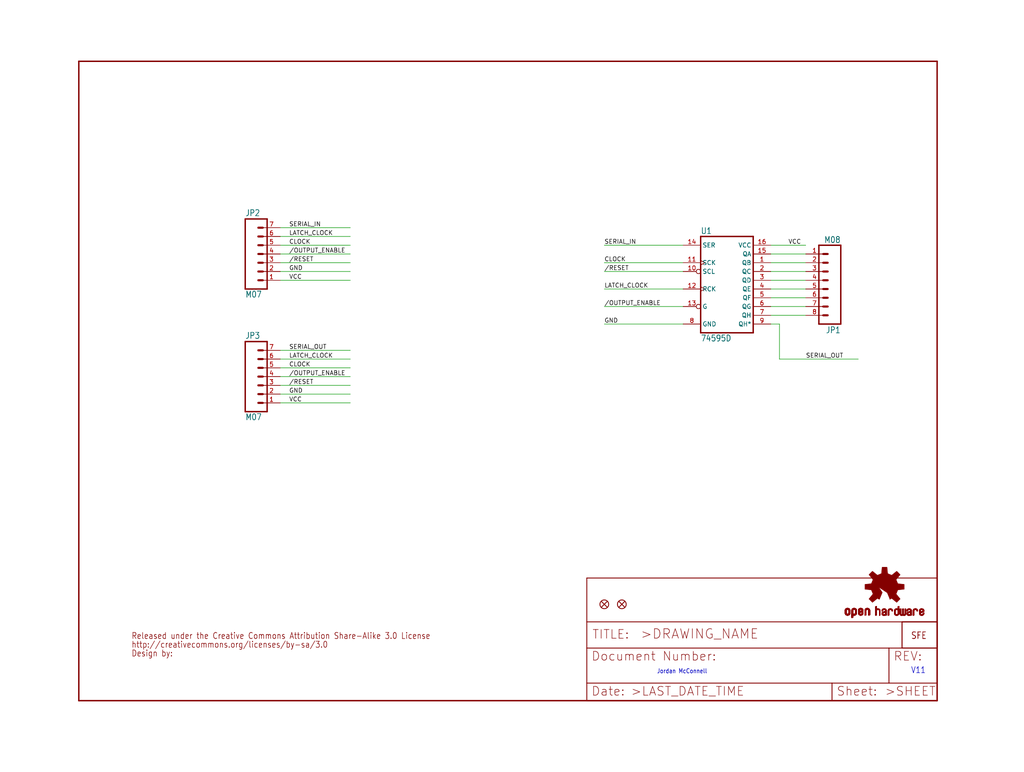
<source format=kicad_sch>
(kicad_sch (version 20211123) (generator eeschema)
  (paper "User" 297.002 223.926)
  (lib_symbols
    (symbol "eagleSchem-eagle-import:74595D"
      (property "Reference" "IC" (at -5.08 13.335 0))
      (property "Value" "74595D" (at -5.08 -17.78 0))
      (symbol "74595D_1_0"
        (pin tri_state line (at 15.24 5.08 180) (length 5.08) (name "QB") (number "1"))
        (pin input inverted (at -10.16 2.54 0) (length 5.08) (name "SCL") (number "10"))
        (pin input clock (at -10.16 5.08 0) (length 5.08) (name "SCK") (number "11"))
        (pin input clock (at -10.16 -2.54 0) (length 5.08) (name "RCK") (number "12"))
        (pin input inverted (at -10.16 -7.62 0) (length 5.08) (name "G") (number "13"))
        (pin input line (at -10.16 10.16 0) (length 5.08) (name "SER") (number "14"))
        (pin tri_state line (at 15.24 7.62 180) (length 5.08) (name "QA") (number "15"))
        (pin power_in line (at 15.24 10.16 180) (length 5.08) (name "VCC") (number "16"))
        (pin tri_state line (at 15.24 2.54 180) (length 5.08) (name "QC") (number "2"))
        (pin tri_state line (at 15.24 0 180) (length 5.08) (name "QD") (number "3"))
        (pin tri_state line (at 15.24 -2.54 180) (length 5.08) (name "QE") (number "4"))
        (pin tri_state line (at 15.24 -5.08 180) (length 5.08) (name "QF") (number "5"))
        (pin tri_state line (at 15.24 -7.62 180) (length 5.08) (name "QG") (number "6"))
        (pin tri_state line (at 15.24 -10.16 180) (length 5.08) (name "QH") (number "7"))
        (pin power_in line (at -10.16 -12.7 0) (length 5.08) (name "GND") (number "8"))
        (pin tri_state line (at 15.24 -12.7 180) (length 5.08) (name "QH*") (number "9"))
      )
    )
    (symbol "eagleSchem-eagle-import:CREATIVE_COMMONS"
      (symbol "CREATIVE_COMMONS_1_0"
        (text "Design by:" (at 0 0 0) (effects (font (size 1.778 1.5113)) (justify left bottom)))
        (text "http://creativecommons.org/licenses/by-sa/3.0" (at 0 2.54 0) (effects (font (size 1.778 1.5113)) (justify left bottom)))
        (text "Released under the Creative Commons Attribution Share-Alike 3.0 License" (at 0 5.08 0) (effects (font (size 1.778 1.5113)) (justify left bottom)))
      )
    )
    (symbol "eagleSchem-eagle-import:FIDUCIAL1X2.5")
    (symbol "eagleSchem-eagle-import:FRAME-LETTER"
      (symbol "FRAME-LETTER_2_0"
        (text ">DRAWING_NAME" (at 15.494 17.78 0) (effects (font (size 2.7432 2.7432)) (justify left bottom)))
        (text ">LAST_DATE_TIME" (at 12.7 1.27 0) (effects (font (size 2.54 2.54)) (justify left bottom)))
        (text ">SHEET" (at 86.36 1.27 0) (effects (font (size 2.54 2.54)) (justify left bottom)))
        (text "Date:" (at 1.27 1.27 0) (effects (font (size 2.54 2.54)) (justify left bottom)))
        (text "Document Number:" (at 1.27 11.43 0) (effects (font (size 2.54 2.54)) (justify left bottom)))
        (text "REV:" (at 88.9 11.43 0) (effects (font (size 2.54 2.54)) (justify left bottom)))
        (text "Sheet:" (at 72.39 1.27 0) (effects (font (size 2.54 2.54)) (justify left bottom)))
        (text "TITLE:" (at 1.524 17.78 0) (effects (font (size 2.54 2.54)) (justify left bottom)))
      )
    )
    (symbol "eagleSchem-eagle-import:LOGO-SFENEW"
      (symbol "LOGO-SFENEW_1_0"
        (text "SFE" (at 0 0 0) (effects (font (size 1.9304 1.6408)) (justify left bottom)))
      )
    )
    (symbol "eagleSchem-eagle-import:LOGO-SFESK"
      (symbol "LOGO-SFESK_1_0"
        (text "SFE" (at 0 0 0) (effects (font (size 1.9304 1.6408)) (justify left bottom)))
      )
    )
    (symbol "eagleSchem-eagle-import:M07"
      (property "Reference" "JP" (at -5.08 13.462 0))
      (property "Value" "M07" (at -5.08 -10.16 0))
      (symbol "M07_1_0"
        (pin passive line (at 5.08 -5.08 180) (length 5.08) (name "1") (number "1"))
        (pin passive line (at 5.08 -2.54 180) (length 5.08) (name "2") (number "2"))
        (pin passive line (at 5.08 0 180) (length 5.08) (name "3") (number "3"))
        (pin passive line (at 5.08 2.54 180) (length 5.08) (name "4") (number "4"))
        (pin passive line (at 5.08 5.08 180) (length 5.08) (name "5") (number "5"))
        (pin passive line (at 5.08 7.62 180) (length 5.08) (name "6") (number "6"))
        (pin passive line (at 5.08 10.16 180) (length 5.08) (name "7") (number "7"))
      )
    )
    (symbol "eagleSchem-eagle-import:M08"
      (property "Reference" "JP" (at -5.08 13.462 0))
      (property "Value" "M08" (at -5.08 -12.7 0))
      (symbol "M08_1_0"
        (pin passive line (at 5.08 -7.62 180) (length 5.08) (name "1") (number "1"))
        (pin passive line (at 5.08 -5.08 180) (length 5.08) (name "2") (number "2"))
        (pin passive line (at 5.08 -2.54 180) (length 5.08) (name "3") (number "3"))
        (pin passive line (at 5.08 0 180) (length 5.08) (name "4") (number "4"))
        (pin passive line (at 5.08 2.54 180) (length 5.08) (name "5") (number "5"))
        (pin passive line (at 5.08 5.08 180) (length 5.08) (name "6") (number "6"))
        (pin passive line (at 5.08 7.62 180) (length 5.08) (name "7") (number "7"))
        (pin passive line (at 5.08 10.16 180) (length 5.08) (name "8") (number "8"))
      )
    )
    (symbol "eagleSchem-eagle-import:OSHW-LOGOM")
  )
  (wire (pts (xy 223.52 73.66) (xy 233.68 73.66)))
  (wire (pts (xy 198.12 93.98) (xy 175.26 93.98)))
  (wire (pts (xy 81.28 104.14) (xy 101.6 104.14)))
  (wire (pts (xy 81.28 76.2) (xy 101.6 76.2)))
  (wire (pts (xy 223.52 93.98) (xy 226.06 93.98)))
  (wire (pts (xy 81.28 81.28) (xy 101.6 81.28)))
  (wire (pts (xy 81.28 68.58) (xy 101.6 68.58)))
  (wire (pts (xy 81.28 114.3) (xy 101.6 114.3)))
  (wire (pts (xy 223.52 81.28) (xy 233.68 81.28)))
  (wire (pts (xy 198.12 88.9) (xy 175.26 88.9)))
  (wire (pts (xy 223.52 88.9) (xy 233.68 88.9)))
  (wire (pts (xy 81.28 66.04) (xy 101.6 66.04)))
  (wire (pts (xy 223.52 83.82) (xy 233.68 83.82)))
  (wire (pts (xy 81.28 109.22) (xy 101.6 109.22)))
  (wire (pts (xy 226.06 93.98) (xy 226.06 104.14)))
  (wire (pts (xy 223.52 76.2) (xy 233.68 76.2)))
  (wire (pts (xy 198.12 76.2) (xy 175.26 76.2)))
  (wire (pts (xy 81.28 116.84) (xy 101.6 116.84)))
  (wire (pts (xy 81.28 101.6) (xy 101.6 101.6)))
  (wire (pts (xy 223.52 91.44) (xy 233.68 91.44)))
  (wire (pts (xy 223.52 71.12) (xy 233.68 71.12)))
  (wire (pts (xy 81.28 73.66) (xy 101.6 73.66)))
  (wire (pts (xy 223.52 86.36) (xy 233.68 86.36)))
  (wire (pts (xy 223.52 78.74) (xy 233.68 78.74)))
  (wire (pts (xy 81.28 111.76) (xy 101.6 111.76)))
  (wire (pts (xy 198.12 83.82) (xy 175.26 83.82)))
  (wire (pts (xy 226.06 104.14) (xy 248.92 104.14)))
  (wire (pts (xy 81.28 78.74) (xy 101.6 78.74)))
  (wire (pts (xy 81.28 106.68) (xy 101.6 106.68)))
  (wire (pts (xy 198.12 71.12) (xy 175.26 71.12)))
  (wire (pts (xy 81.28 71.12) (xy 101.6 71.12)))
  (wire (pts (xy 198.12 78.74) (xy 175.26 78.74)))
  (text "Jordan McConnell" (at 190.5 195.58 180) (effects (font (size 1.27 1.0795)) (justify left bottom)))
  (text "V11" (at 264.16 195.58 180) (effects (font (size 1.778 1.5113)) (justify left bottom)))
  (label "/OUTPUT_ENABLE" (at 83.82 109.22 0) (effects (font (size 1.2446 1.2446))))
  (label "CLOCK" (at 83.82 106.68 0) (effects (font (size 1.2446 1.2446))))
  (label "GND" (at 175.26 93.98 0) (effects (font (size 1.2446 1.2446))))
  (label "SERIAL_OUT" (at 233.68 104.14 0) (effects (font (size 1.2446 1.2446))))
  (label "/RESET" (at 83.82 111.76 0) (effects (font (size 1.2446 1.2446))))
  (label "/OUTPUT_ENABLE" (at 175.26 88.9 0) (effects (font (size 1.2446 1.2446))))
  (label "CLOCK" (at 175.26 76.2 0) (effects (font (size 1.2446 1.2446))))
  (label "SERIAL_IN" (at 175.26 71.12 0) (effects (font (size 1.2446 1.2446))))
  (label "GND" (at 83.82 78.74 0) (effects (font (size 1.2446 1.2446))))
  (label "LATCH_CLOCK" (at 83.82 104.14 0) (effects (font (size 1.2446 1.2446))))
  (label "SERIAL_OUT" (at 83.82 101.6 0) (effects (font (size 1.2446 1.2446))))
  (label "/OUTPUT_ENABLE" (at 83.82 73.66 0) (effects (font (size 1.2446 1.2446))))
  (label "CLOCK" (at 83.82 71.12 0) (effects (font (size 1.2446 1.2446))))
  (label "VCC" (at 83.82 116.84 0) (effects (font (size 1.2446 1.2446))))
  (label "VCC" (at 228.6 71.12 0) (effects (font (size 1.2446 1.2446))))
  (label "VCC" (at 83.82 81.28 0) (effects (font (size 1.2446 1.2446))))
  (label "/RESET" (at 175.26 78.74 0) (effects (font (size 1.2446 1.2446))))
  (label "/RESET" (at 83.82 76.2 0) (effects (font (size 1.2446 1.2446))))
  (label "GND" (at 83.82 114.3 0) (effects (font (size 1.2446 1.2446))))
  (label "LATCH_CLOCK" (at 175.26 83.82 0) (effects (font (size 1.2446 1.2446))))
  (label "LATCH_CLOCK" (at 83.82 68.58 0) (effects (font (size 1.2446 1.2446))))
  (label "SERIAL_IN" (at 83.82 66.04 0) (effects (font (size 1.2446 1.2446))))
  (symbol (lib_id "eagleSchem-eagle-import:M07") (at 76.2 111.76 0) (unit 1)
    (property "Reference" "JP3" (at 71.12 98.298 0) (effects (font (size 1.778 1.5113)) (justify left bottom)))
    (property "Value" "M07" (at 71.12 121.92 0) (effects (font (size 1.778 1.5113)) (justify left bottom)))
    (property "Footprint" "eagleSchem:1X07" (effects hide))
  )
  (symbol (lib_id "eagleSchem-eagle-import:74595D") (at 208.28 81.28 0) (unit 1)
    (property "Reference" "U1" (at 203.2 67.945 0) (effects (font (size 1.778 1.5113)) (justify left bottom)))
    (property "Value" "74595D" (at 203.2 99.06 0) (effects (font (size 1.778 1.5113)) (justify left bottom)))
    (property "Footprint" "eagleSchem:SO16" (effects hide))
  )
  (symbol (lib_id "eagleSchem-eagle-import:FIDUCIAL1X2.5") (at 175.26 175.26 0) (unit 1)
    (property "Reference" "JP6" (effects hide))
    (property "Value" "FIDUCIAL1X2.5" (effects hide))
    (property "Footprint" "eagleSchem:FIDUCIAL-1X2.5" (effects hide))
  )
  (symbol (lib_id "eagleSchem-eagle-import:LOGO-SFESK") (at 264.16 185.42 0) (unit 1)
    (property "Reference" "JP5" (effects hide))
    (property "Value" "LOGO-SFESK" (effects hide))
    (property "Footprint" "eagleSchem:SFE-LOGO-FLAME" (effects hide))
  )
  (symbol (lib_id "eagleSchem-eagle-import:FIDUCIAL1X2.5") (at 180.34 175.26 0) (unit 1)
    (property "Reference" "JP7" (effects hide))
    (property "Value" "FIDUCIAL1X2.5" (effects hide))
    (property "Footprint" "eagleSchem:FIDUCIAL-1X2.5" (effects hide))
  )
  (symbol (lib_id "eagleSchem-eagle-import:M07") (at 76.2 76.2 0) (unit 1)
    (property "Reference" "JP2" (at 71.12 62.738 0) (effects (font (size 1.778 1.5113)) (justify left bottom)))
    (property "Value" "M07" (at 71.12 86.36 0) (effects (font (size 1.778 1.5113)) (justify left bottom)))
    (property "Footprint" "eagleSchem:1X07" (effects hide))
  )
  (symbol (lib_id "eagleSchem-eagle-import:FRAME-LETTER") (at 170.18 203.2 0) (unit 2)
    (property "Reference" "#FRAME1" (effects hide))
    (property "Value" "FRAME-LETTER" (effects hide))
    (property "Footprint" "eagleSchem:" (effects hide))
  )
  (symbol (lib_id "eagleSchem-eagle-import:FRAME-LETTER") (at 22.86 203.2 0) (unit 1)
    (property "Reference" "#FRAME1" (effects hide))
    (property "Value" "FRAME-LETTER" (effects hide))
    (property "Footprint" "eagleSchem:" (effects hide))
  )
  (symbol (lib_id "eagleSchem-eagle-import:OSHW-LOGOM") (at 256.54 170.18 0) (unit 1)
    (property "Reference" "U$1" (effects hide))
    (property "Value" "OSHW-LOGOM" (effects hide))
    (property "Footprint" "eagleSchem:OSHW-LOGO-M" (effects hide))
  )
  (symbol (lib_id "eagleSchem-eagle-import:LOGO-SFENEW") (at 264.16 185.42 0) (unit 1)
    (property "Reference" "JP4" (effects hide))
    (property "Value" "LOGO-SFENEW" (effects hide))
    (property "Footprint" "eagleSchem:SFE-NEW-WEBLOGO" (effects hide))
  )
  (symbol (lib_id "eagleSchem-eagle-import:CREATIVE_COMMONS") (at 38.1 190.5 0) (unit 1)
    (property "Reference" "U$2" (effects hide))
    (property "Value" "CREATIVE_COMMONS" (effects hide))
    (property "Footprint" "eagleSchem:CREATIVE_COMMONS" (effects hide))
  )
  (symbol (lib_id "eagleSchem-eagle-import:M08") (at 238.76 81.28 180) (unit 1)
    (property "Reference" "JP1" (at 243.84 94.742 0) (effects (font (size 1.778 1.5113)) (justify left bottom)))
    (property "Value" "M08" (at 243.84 68.58 0) (effects (font (size 1.778 1.5113)) (justify left bottom)))
    (property "Footprint" "eagleSchem:1X08" (effects hide))
  )
)
</source>
